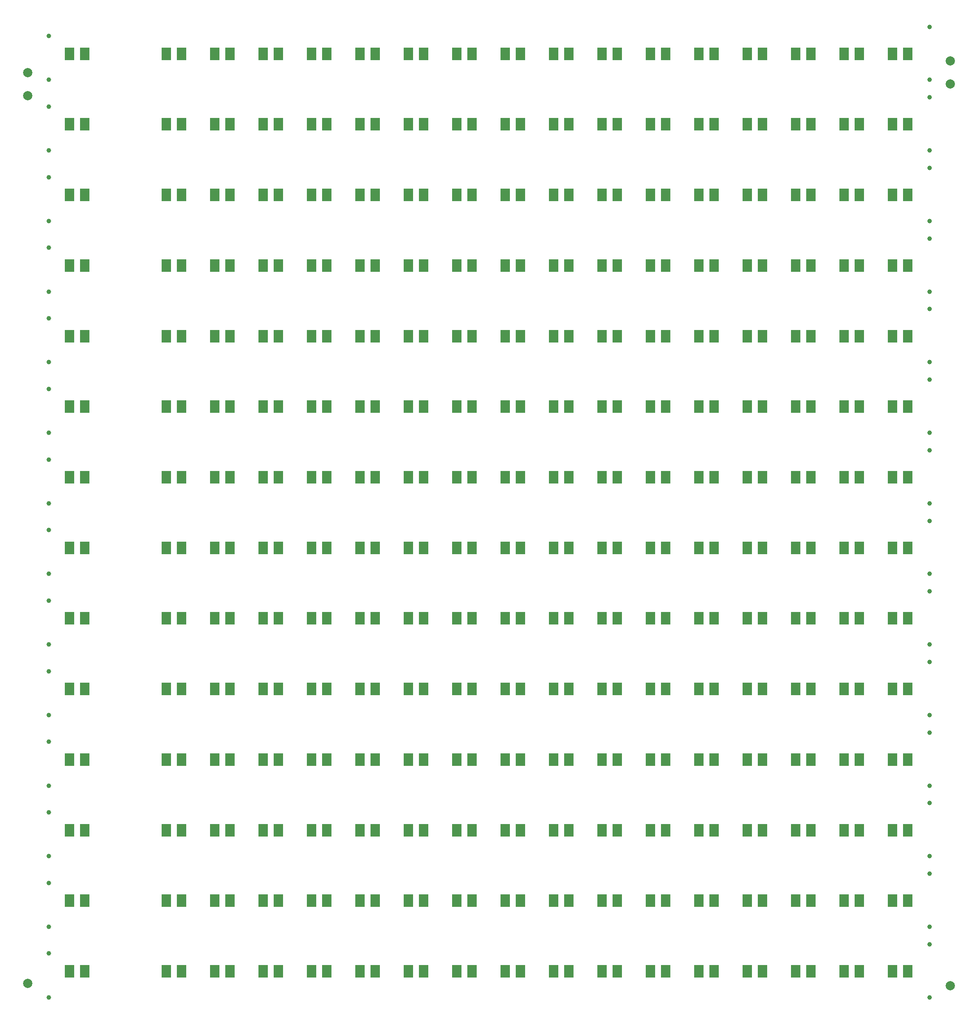
<source format=gbp>
G04 Layer_Color=128*
%FSLAX44Y44*%
%MOMM*%
G71*
G01*
G75*
%ADD10C,2.0000*%
%ADD21C,1.0000*%
%ADD26R,2.0000X2.8000*%
D10*
X2025000Y2050000D02*
D03*
Y2000000D02*
D03*
X25000Y50000D02*
D03*
X2025000Y45000D02*
D03*
X25000Y2025000D02*
D03*
Y1975000D02*
D03*
D21*
X70000Y20000D02*
D03*
Y115000D02*
D03*
X1980000Y135000D02*
D03*
Y20000D02*
D03*
X70000Y173000D02*
D03*
Y268000D02*
D03*
X1980000Y288000D02*
D03*
Y173000D02*
D03*
X70000Y326000D02*
D03*
Y421000D02*
D03*
X1980000Y441000D02*
D03*
Y326000D02*
D03*
X70000Y479000D02*
D03*
Y574000D02*
D03*
X1980000Y594000D02*
D03*
Y479000D02*
D03*
X70000Y632000D02*
D03*
Y727000D02*
D03*
X1980000Y747000D02*
D03*
Y632000D02*
D03*
X70000Y785000D02*
D03*
Y880000D02*
D03*
X1980000Y900000D02*
D03*
Y785000D02*
D03*
X70000Y938000D02*
D03*
Y1033000D02*
D03*
X1980000Y1053000D02*
D03*
Y938000D02*
D03*
X70000Y1091000D02*
D03*
Y1186000D02*
D03*
X1980000Y1206000D02*
D03*
Y1091000D02*
D03*
X70000Y1244000D02*
D03*
Y1339000D02*
D03*
X1980000Y1359000D02*
D03*
Y1244000D02*
D03*
X70000Y1397000D02*
D03*
Y1492000D02*
D03*
X1980000Y1512000D02*
D03*
Y1397000D02*
D03*
X70000Y1550000D02*
D03*
Y1645000D02*
D03*
X1980000Y1665000D02*
D03*
Y1550000D02*
D03*
X70000Y1703000D02*
D03*
Y1798000D02*
D03*
X1980000Y1818000D02*
D03*
Y1703000D02*
D03*
X70000Y1856000D02*
D03*
Y1951000D02*
D03*
X1980000Y1971000D02*
D03*
Y1856000D02*
D03*
X70000Y2009000D02*
D03*
Y2104000D02*
D03*
X1980000Y2124000D02*
D03*
Y2009000D02*
D03*
D26*
X1899990Y76500D02*
D03*
X1933010D02*
D03*
X1828010Y76500D02*
D03*
X1794990D02*
D03*
X1689990Y76500D02*
D03*
X1723010D02*
D03*
X1618010Y76500D02*
D03*
X1584990D02*
D03*
X1479990D02*
D03*
X1513010D02*
D03*
X1408010Y76500D02*
D03*
X1374990D02*
D03*
X1269990D02*
D03*
X1303010D02*
D03*
X1198010D02*
D03*
X1164990D02*
D03*
X1059990D02*
D03*
X1093010D02*
D03*
X988010D02*
D03*
X954990D02*
D03*
X849990Y76500D02*
D03*
X883010D02*
D03*
X778010Y76500D02*
D03*
X744990D02*
D03*
X639990Y76500D02*
D03*
X673010D02*
D03*
X568010Y76500D02*
D03*
X534990D02*
D03*
X429990D02*
D03*
X463010D02*
D03*
X358010D02*
D03*
X324990D02*
D03*
X114990D02*
D03*
X148010D02*
D03*
X1899990Y229500D02*
D03*
X1933010D02*
D03*
X1828010Y229500D02*
D03*
X1794990D02*
D03*
X1689990Y229500D02*
D03*
X1723010D02*
D03*
X1618010Y229500D02*
D03*
X1584990D02*
D03*
X1479990D02*
D03*
X1513010D02*
D03*
X1408010Y229500D02*
D03*
X1374990D02*
D03*
X1269990D02*
D03*
X1303010D02*
D03*
X1198010D02*
D03*
X1164990D02*
D03*
X1059990D02*
D03*
X1093010D02*
D03*
X988010D02*
D03*
X954990D02*
D03*
X849990Y229500D02*
D03*
X883010D02*
D03*
X778010Y229500D02*
D03*
X744990D02*
D03*
X639990Y229500D02*
D03*
X673010D02*
D03*
X568010Y229500D02*
D03*
X534990D02*
D03*
X429990D02*
D03*
X463010D02*
D03*
X358010D02*
D03*
X324990D02*
D03*
X114990D02*
D03*
X148010D02*
D03*
X1899990Y382500D02*
D03*
X1933010D02*
D03*
X1828010Y382500D02*
D03*
X1794990D02*
D03*
X1689990Y382500D02*
D03*
X1723010D02*
D03*
X1618010Y382500D02*
D03*
X1584990D02*
D03*
X1479990D02*
D03*
X1513010D02*
D03*
X1408010Y382500D02*
D03*
X1374990D02*
D03*
X1269990D02*
D03*
X1303010D02*
D03*
X1198010D02*
D03*
X1164990D02*
D03*
X1059990D02*
D03*
X1093010D02*
D03*
X988010D02*
D03*
X954990D02*
D03*
X849990Y382500D02*
D03*
X883010D02*
D03*
X778010Y382500D02*
D03*
X744990D02*
D03*
X639990Y382500D02*
D03*
X673010D02*
D03*
X568010Y382500D02*
D03*
X534990D02*
D03*
X429990D02*
D03*
X463010D02*
D03*
X358010D02*
D03*
X324990D02*
D03*
X114990D02*
D03*
X148010D02*
D03*
X1899990Y535500D02*
D03*
X1933010D02*
D03*
X1828010Y535500D02*
D03*
X1794990D02*
D03*
X1689990Y535500D02*
D03*
X1723010D02*
D03*
X1618010Y535500D02*
D03*
X1584990D02*
D03*
X1479990D02*
D03*
X1513010D02*
D03*
X1408010Y535500D02*
D03*
X1374990D02*
D03*
X1269990D02*
D03*
X1303010D02*
D03*
X1198010D02*
D03*
X1164990D02*
D03*
X1059990D02*
D03*
X1093010D02*
D03*
X988010D02*
D03*
X954990D02*
D03*
X849990Y535500D02*
D03*
X883010D02*
D03*
X778010Y535500D02*
D03*
X744990D02*
D03*
X639990Y535500D02*
D03*
X673010D02*
D03*
X568010Y535500D02*
D03*
X534990D02*
D03*
X429990D02*
D03*
X463010D02*
D03*
X358010D02*
D03*
X324990D02*
D03*
X114990D02*
D03*
X148010D02*
D03*
X1899990Y688500D02*
D03*
X1933010D02*
D03*
X1828010Y688500D02*
D03*
X1794990D02*
D03*
X1689990Y688500D02*
D03*
X1723010D02*
D03*
X1618010Y688500D02*
D03*
X1584990D02*
D03*
X1479990D02*
D03*
X1513010D02*
D03*
X1408010Y688500D02*
D03*
X1374990D02*
D03*
X1269990D02*
D03*
X1303010D02*
D03*
X1198010D02*
D03*
X1164990D02*
D03*
X1059990D02*
D03*
X1093010D02*
D03*
X988010D02*
D03*
X954990D02*
D03*
X849990Y688500D02*
D03*
X883010D02*
D03*
X778010Y688500D02*
D03*
X744990D02*
D03*
X639990Y688500D02*
D03*
X673010D02*
D03*
X568010Y688500D02*
D03*
X534990D02*
D03*
X429990D02*
D03*
X463010D02*
D03*
X358010D02*
D03*
X324990D02*
D03*
X114990D02*
D03*
X148010D02*
D03*
X1899990Y841500D02*
D03*
X1933010D02*
D03*
X1828010Y841500D02*
D03*
X1794990D02*
D03*
X1689990Y841500D02*
D03*
X1723010D02*
D03*
X1618010Y841500D02*
D03*
X1584990D02*
D03*
X1479990D02*
D03*
X1513010D02*
D03*
X1408010Y841500D02*
D03*
X1374990D02*
D03*
X1269990D02*
D03*
X1303010D02*
D03*
X1198010D02*
D03*
X1164990D02*
D03*
X1059990D02*
D03*
X1093010D02*
D03*
X988010D02*
D03*
X954990D02*
D03*
X849990Y841500D02*
D03*
X883010D02*
D03*
X778010Y841500D02*
D03*
X744990D02*
D03*
X639990Y841500D02*
D03*
X673010D02*
D03*
X568010Y841500D02*
D03*
X534990D02*
D03*
X429990D02*
D03*
X463010D02*
D03*
X358010D02*
D03*
X324990D02*
D03*
X114990D02*
D03*
X148010D02*
D03*
X1899990Y994500D02*
D03*
X1933010D02*
D03*
X1828010Y994500D02*
D03*
X1794990D02*
D03*
X1689990Y994500D02*
D03*
X1723010D02*
D03*
X1618010Y994500D02*
D03*
X1584990D02*
D03*
X1479990D02*
D03*
X1513010D02*
D03*
X1408010Y994500D02*
D03*
X1374990D02*
D03*
X1269990D02*
D03*
X1303010D02*
D03*
X1198010D02*
D03*
X1164990D02*
D03*
X1059990D02*
D03*
X1093010D02*
D03*
X988010D02*
D03*
X954990D02*
D03*
X849990Y994500D02*
D03*
X883010D02*
D03*
X778010Y994500D02*
D03*
X744990D02*
D03*
X639990Y994500D02*
D03*
X673010D02*
D03*
X568010Y994500D02*
D03*
X534990D02*
D03*
X429990D02*
D03*
X463010D02*
D03*
X358010D02*
D03*
X324990D02*
D03*
X114990D02*
D03*
X148010D02*
D03*
X1899990Y1147500D02*
D03*
X1933010D02*
D03*
X1828010Y1147500D02*
D03*
X1794990D02*
D03*
X1689990Y1147500D02*
D03*
X1723010D02*
D03*
X1618010Y1147500D02*
D03*
X1584990D02*
D03*
X1479990D02*
D03*
X1513010D02*
D03*
X1408010Y1147500D02*
D03*
X1374990D02*
D03*
X1269990D02*
D03*
X1303010D02*
D03*
X1198010D02*
D03*
X1164990D02*
D03*
X1059990D02*
D03*
X1093010D02*
D03*
X988010D02*
D03*
X954990D02*
D03*
X849990Y1147500D02*
D03*
X883010D02*
D03*
X778010Y1147500D02*
D03*
X744990D02*
D03*
X639990Y1147500D02*
D03*
X673010D02*
D03*
X568010Y1147500D02*
D03*
X534990D02*
D03*
X429990D02*
D03*
X463010D02*
D03*
X358010D02*
D03*
X324990D02*
D03*
X114990D02*
D03*
X148010D02*
D03*
X1899990Y1300500D02*
D03*
X1933010D02*
D03*
X1828010Y1300500D02*
D03*
X1794990D02*
D03*
X1689990Y1300500D02*
D03*
X1723010D02*
D03*
X1618010Y1300500D02*
D03*
X1584990D02*
D03*
X1479990D02*
D03*
X1513010D02*
D03*
X1408010Y1300500D02*
D03*
X1374990D02*
D03*
X1269990D02*
D03*
X1303010D02*
D03*
X1198010D02*
D03*
X1164990D02*
D03*
X1059990D02*
D03*
X1093010D02*
D03*
X988010D02*
D03*
X954990D02*
D03*
X849990Y1300500D02*
D03*
X883010D02*
D03*
X778010Y1300500D02*
D03*
X744990D02*
D03*
X639990Y1300500D02*
D03*
X673010D02*
D03*
X568010Y1300500D02*
D03*
X534990D02*
D03*
X429990D02*
D03*
X463010D02*
D03*
X358010D02*
D03*
X324990D02*
D03*
X114990D02*
D03*
X148010D02*
D03*
X1899990Y1453500D02*
D03*
X1933010D02*
D03*
X1828010Y1453500D02*
D03*
X1794990D02*
D03*
X1689990Y1453500D02*
D03*
X1723010D02*
D03*
X1618010Y1453500D02*
D03*
X1584990D02*
D03*
X1479990D02*
D03*
X1513010D02*
D03*
X1408010Y1453500D02*
D03*
X1374990D02*
D03*
X1269990D02*
D03*
X1303010D02*
D03*
X1198010D02*
D03*
X1164990D02*
D03*
X1059990D02*
D03*
X1093010D02*
D03*
X988010D02*
D03*
X954990D02*
D03*
X849990Y1453500D02*
D03*
X883010D02*
D03*
X778010Y1453500D02*
D03*
X744990D02*
D03*
X639990Y1453500D02*
D03*
X673010D02*
D03*
X568010Y1453500D02*
D03*
X534990D02*
D03*
X429990D02*
D03*
X463010D02*
D03*
X358010D02*
D03*
X324990D02*
D03*
X114990D02*
D03*
X148010D02*
D03*
X1899990Y1606500D02*
D03*
X1933010D02*
D03*
X1828010Y1606500D02*
D03*
X1794990D02*
D03*
X1689990Y1606500D02*
D03*
X1723010D02*
D03*
X1618010Y1606500D02*
D03*
X1584990D02*
D03*
X1479990D02*
D03*
X1513010D02*
D03*
X1408010Y1606500D02*
D03*
X1374990D02*
D03*
X1269990D02*
D03*
X1303010D02*
D03*
X1198010D02*
D03*
X1164990D02*
D03*
X1059990D02*
D03*
X1093010D02*
D03*
X988010D02*
D03*
X954990D02*
D03*
X849990Y1606500D02*
D03*
X883010D02*
D03*
X778010Y1606500D02*
D03*
X744990D02*
D03*
X639990Y1606500D02*
D03*
X673010D02*
D03*
X568010Y1606500D02*
D03*
X534990D02*
D03*
X429990D02*
D03*
X463010D02*
D03*
X358010D02*
D03*
X324990D02*
D03*
X114990D02*
D03*
X148010D02*
D03*
X1899990Y1759500D02*
D03*
X1933010D02*
D03*
X1828010Y1759500D02*
D03*
X1794990D02*
D03*
X1689990Y1759500D02*
D03*
X1723010D02*
D03*
X1618010Y1759500D02*
D03*
X1584990D02*
D03*
X1479990D02*
D03*
X1513010D02*
D03*
X1408010Y1759500D02*
D03*
X1374990D02*
D03*
X1269990D02*
D03*
X1303010D02*
D03*
X1198010D02*
D03*
X1164990D02*
D03*
X1059990D02*
D03*
X1093010D02*
D03*
X988010D02*
D03*
X954990D02*
D03*
X849990Y1759500D02*
D03*
X883010D02*
D03*
X778010Y1759500D02*
D03*
X744990D02*
D03*
X639990Y1759500D02*
D03*
X673010D02*
D03*
X568010Y1759500D02*
D03*
X534990D02*
D03*
X429990D02*
D03*
X463010D02*
D03*
X358010D02*
D03*
X324990D02*
D03*
X114990D02*
D03*
X148010D02*
D03*
X1899990Y1912500D02*
D03*
X1933010D02*
D03*
X1828010Y1912500D02*
D03*
X1794990D02*
D03*
X1689990Y1912500D02*
D03*
X1723010D02*
D03*
X1618010Y1912500D02*
D03*
X1584990D02*
D03*
X1479990D02*
D03*
X1513010D02*
D03*
X1408010Y1912500D02*
D03*
X1374990D02*
D03*
X1269990D02*
D03*
X1303010D02*
D03*
X1198010D02*
D03*
X1164990D02*
D03*
X1059990D02*
D03*
X1093010D02*
D03*
X988010D02*
D03*
X954990D02*
D03*
X849990Y1912500D02*
D03*
X883010D02*
D03*
X778010Y1912500D02*
D03*
X744990D02*
D03*
X639990Y1912500D02*
D03*
X673010D02*
D03*
X568010Y1912500D02*
D03*
X534990D02*
D03*
X429990D02*
D03*
X463010D02*
D03*
X358010D02*
D03*
X324990D02*
D03*
X114990D02*
D03*
X148010D02*
D03*
X1899990Y2065500D02*
D03*
X1933010D02*
D03*
X1828010Y2065500D02*
D03*
X1794990D02*
D03*
X1689990Y2065500D02*
D03*
X1723010D02*
D03*
X1618010Y2065500D02*
D03*
X1584990D02*
D03*
X1479990D02*
D03*
X1513010D02*
D03*
X1408010Y2065500D02*
D03*
X1374990D02*
D03*
X1269990D02*
D03*
X1303010D02*
D03*
X1198010D02*
D03*
X1164990D02*
D03*
X1059990D02*
D03*
X1093010D02*
D03*
X988010D02*
D03*
X954990D02*
D03*
X849990Y2065500D02*
D03*
X883010D02*
D03*
X778010Y2065500D02*
D03*
X744990D02*
D03*
X639990Y2065500D02*
D03*
X673010D02*
D03*
X568010Y2065500D02*
D03*
X534990D02*
D03*
X429990D02*
D03*
X463010D02*
D03*
X358010D02*
D03*
X324990D02*
D03*
X114990D02*
D03*
X148010D02*
D03*
M02*

</source>
